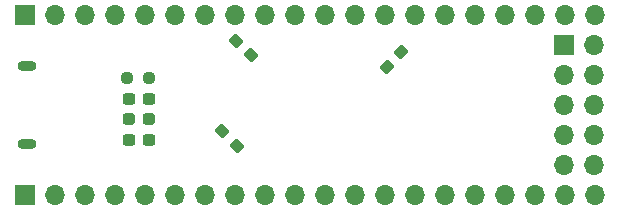
<source format=gbr>
%TF.GenerationSoftware,KiCad,Pcbnew,9.0.2*%
%TF.CreationDate,2025-06-23T15:22:55-04:00*%
%TF.ProjectId,Pro600_CPU_Upgrade,50726f36-3030-45f4-9350-555f55706772,rev?*%
%TF.SameCoordinates,Original*%
%TF.FileFunction,Soldermask,Bot*%
%TF.FilePolarity,Negative*%
%FSLAX46Y46*%
G04 Gerber Fmt 4.6, Leading zero omitted, Abs format (unit mm)*
G04 Created by KiCad (PCBNEW 9.0.2) date 2025-06-23 15:22:55*
%MOMM*%
%LPD*%
G01*
G04 APERTURE LIST*
G04 Aperture macros list*
%AMRoundRect*
0 Rectangle with rounded corners*
0 $1 Rounding radius*
0 $2 $3 $4 $5 $6 $7 $8 $9 X,Y pos of 4 corners*
0 Add a 4 corners polygon primitive as box body*
4,1,4,$2,$3,$4,$5,$6,$7,$8,$9,$2,$3,0*
0 Add four circle primitives for the rounded corners*
1,1,$1+$1,$2,$3*
1,1,$1+$1,$4,$5*
1,1,$1+$1,$6,$7*
1,1,$1+$1,$8,$9*
0 Add four rect primitives between the rounded corners*
20,1,$1+$1,$2,$3,$4,$5,0*
20,1,$1+$1,$4,$5,$6,$7,0*
20,1,$1+$1,$6,$7,$8,$9,0*
20,1,$1+$1,$8,$9,$2,$3,0*%
G04 Aperture macros list end*
%ADD10O,1.600000X0.900000*%
%ADD11R,1.700000X1.700000*%
%ADD12O,1.700000X1.700000*%
%ADD13RoundRect,0.237500X0.380070X-0.044194X-0.044194X0.380070X-0.380070X0.044194X0.044194X-0.380070X0*%
%ADD14RoundRect,0.237500X-0.044194X-0.380070X0.380070X0.044194X0.044194X0.380070X-0.380070X-0.044194X0*%
%ADD15RoundRect,0.237500X0.250000X0.237500X-0.250000X0.237500X-0.250000X-0.237500X0.250000X-0.237500X0*%
%ADD16RoundRect,0.237500X-0.300000X-0.237500X0.300000X-0.237500X0.300000X0.237500X-0.300000X0.237500X0*%
%ADD17RoundRect,0.237500X0.300000X0.237500X-0.300000X0.237500X-0.300000X-0.237500X0.300000X-0.237500X0*%
%ADD18RoundRect,0.237500X-0.287500X-0.237500X0.287500X-0.237500X0.287500X0.237500X-0.287500X0.237500X0*%
G04 APERTURE END LIST*
D10*
%TO.C,J5*%
X52250000Y-37599999D03*
X52250000Y-31000001D03*
%TD*%
D11*
%TO.C,J4*%
X97750000Y-29250000D03*
D12*
X100290000Y-29250000D03*
X97750000Y-31790000D03*
X100290000Y-31790000D03*
X97750000Y-34329999D03*
X100290000Y-34330000D03*
X97750000Y-36870000D03*
X100290000Y-36870000D03*
X97750000Y-39410000D03*
X100290000Y-39410000D03*
%TD*%
%TO.C,J3*%
X100330000Y-26670000D03*
X97790000Y-26670000D03*
X95250000Y-26670000D03*
X92710000Y-26670000D03*
X90170000Y-26670000D03*
X87630000Y-26670000D03*
X85090000Y-26670000D03*
X82550000Y-26670000D03*
X80010000Y-26670000D03*
X77470000Y-26670000D03*
X74930000Y-26670000D03*
X72390000Y-26670000D03*
X69850000Y-26670000D03*
X67310000Y-26670000D03*
X64770000Y-26670000D03*
X62230000Y-26670000D03*
X59690000Y-26670000D03*
X57150000Y-26670000D03*
X54610000Y-26670000D03*
D11*
X52070000Y-26670000D03*
%TD*%
%TO.C,J2*%
X52070000Y-41910000D03*
D12*
X54610000Y-41910000D03*
X57150000Y-41910000D03*
X59690000Y-41910000D03*
X62230000Y-41910000D03*
X64770000Y-41910000D03*
X67310000Y-41910000D03*
X69850000Y-41910000D03*
X72390000Y-41910000D03*
X74930000Y-41910000D03*
X77470000Y-41910000D03*
X80010000Y-41910000D03*
X82550000Y-41910000D03*
X85090000Y-41910000D03*
X87630000Y-41910000D03*
X90170000Y-41910000D03*
X92710000Y-41910000D03*
X95250000Y-41910000D03*
X97790000Y-41910000D03*
X100330000Y-41910000D03*
%TD*%
D13*
%TO.C,C8*%
X70000000Y-37750000D03*
X68780240Y-36530240D03*
%TD*%
D14*
%TO.C,C11*%
X82700000Y-31050000D03*
X83919760Y-29830240D03*
%TD*%
D15*
%TO.C,TH1*%
X62575000Y-32000000D03*
X60750000Y-32000000D03*
%TD*%
D13*
%TO.C,C10*%
X71200000Y-30100000D03*
X69980240Y-28880240D03*
%TD*%
D16*
%TO.C,C7*%
X60887499Y-33750000D03*
X62612501Y-33750000D03*
%TD*%
D17*
%TO.C,C12*%
X62612501Y-37250000D03*
X60887499Y-37250000D03*
%TD*%
D18*
%TO.C,L1*%
X60875001Y-35500000D03*
X62624999Y-35500000D03*
%TD*%
M02*

</source>
